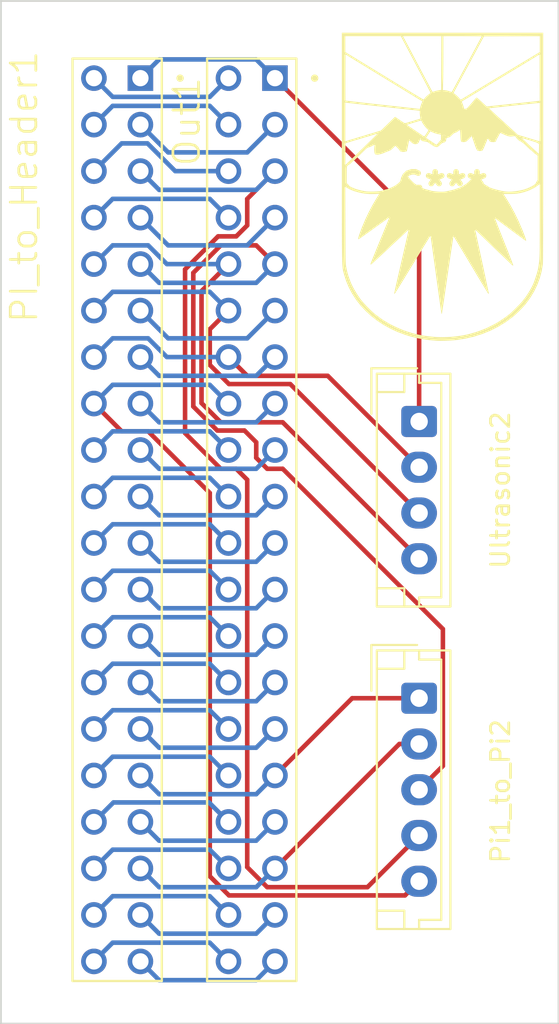
<source format=kicad_pcb>
(kicad_pcb (version 20221018) (generator pcbnew)
  (layers (0 "F.Cu" signal) (31 "B.Cu" signal) (34 "B.Paste" user) (35 "F.Paste" user) (36 "B.SilkS" user "B.Silkscreen") (37 "F.SilkS" user "F.Silkscreen") (38 "B.Mask" user) (39 "F.Mask" user) (44 "Edge.Cuts" user))
  (net 0 "")
  (net 1 "Net-(Out1-Pin_1)")
  (net 2 "Net-(Out1-Pin_2)")
  (net 3 "Net-(Out1-Pin_3)")
  (net 4 "Net-(Out1-Pin_4)")
  (net 5 "Net-(Out1-Pin_5)")
  (net 6 "Net-(Out1-Pin_7)")
  (net 7 "Net-(Out1-Pin_8)")
  (net 8 "Net-(Out1-Pin_9)")
  (net 9 "Net-(Out1-Pin_11)")
  (net 10 "Net-(Out1-Pin_12)")
  (net 11 "Net-(Out1-Pin_13)")
  (net 12 "Net-(Out1-Pin_14)")
  (net 13 "Net-(Out1-Pin_16)")
  (net 14 "Net-(Out1-Pin_17)")
  (net 15 "Net-(Out1-Pin_18)")
  (net 16 "Net-(Out1-Pin_19)")
  (net 17 "Net-(Out1-Pin_20)")
  (net 18 "Net-(Out1-Pin_21)")
  (net 19 "Net-(Out1-Pin_22)")
  (net 20 "Net-(Out1-Pin_23)")
  (net 21 "Net-(Out1-Pin_24)")
  (net 22 "Net-(Out1-Pin_25)")
  (net 23 "Net-(Out1-Pin_26)")
  (net 24 "Net-(Out1-Pin_27)")
  (net 25 "Net-(Out1-Pin_28)")
  (net 26 "Net-(Out1-Pin_29)")
  (net 27 "Net-(Out1-Pin_30)")
  (net 28 "Net-(Out1-Pin_31)")
  (net 29 "Net-(Out1-Pin_33)")
  (net 30 "Net-(Out1-Pin_35)")
  (net 31 "Net-(Out1-Pin_37)")
  (net 32 "Net-(Out1-Pin_38)")
  (net 33 "Net-(Out1-Pin_39)")
  (net 34 "Net-(Out1-Pin_40)")
  (net 35 "Net-(Out1-Pin_34)")
  (net 36 "Net-(Out1-Pin_6)")
  (net 37 "Net-(Out1-Pin_10)")
  (net 38 "Net-(Out1-Pin_15)")
  (net 39 "Net-(Out1-Pin_32)")
  (net 40 "Net-(Out1-Pin_36)")
  (footprint "Connector_JST:JST_EH_B4B-EH-A_1x04_P2.50mm_Vertical" (layer "F.Cu") (at 86.36 81.4 -90)
    (fp_text reference "Ultrasonic2" (at 3.75 -4.445 90) (layer "F.SilkS"))
    (fp_text value "Conn_01x04_Pin")
    (pad "1" thru_hole roundrect (at 0 0 270) (size 1.7 1.95) (drill 0.95) (layers "*.Cu" "*.Mask") (roundrect_rratio 0.1470588235) (net 2 "Net-(Out1-Pin_2)"))
    (pad "2" thru_hole oval (at 2.5 0 270) (size 1.7 1.95) (drill 0.95) (layers "*.Cu" "*.Mask") (net 11 "Net-(Out1-Pin_13)"))
    (pad "3" thru_hole oval (at 5 0 270) (size 1.7 1.95) (drill 0.95) (layers "*.Cu" "*.Mask") (net 9 "Net-(Out1-Pin_11)"))
    (pad "4" thru_hole oval (at 7.5 0 270) (size 1.7 1.95) (drill 0.95) (layers "*.Cu" "*.Mask") (net 8 "Net-(Out1-Pin_9)"))
  )
  (footprint "logo.preety:systopia_logo" (layer "F.Cu") (at 87.63 68.58)
    (fp_text reference "G***" (at 0 0) (layer "F.SilkS") (effects (font (size 1.5 1.5) (thickness 0.3))))
    (fp_text value "LOGO" hide)
  )
  (footprint "20_pin_header_kicad:TE_7-146256-0" (layer "F.Cu") (at 69.855 86.77 -90)
    (fp_text reference "Out1" (at -21.755 -3.805 90) (layer "F.SilkS") (effects (font (size 1.4 1.4))))
    (fp_text value "Conn_01x40_Pin" hide)
    (pad "1" thru_hole circle (at -24.13 1.27 270) (size 1.398 1.398) (drill 0.89) (layers "*.Cu" "*.Mask") (net 1 "Net-(Out1-Pin_1)"))
    (pad "2" thru_hole rect (at -24.13 -1.27 270) (size 1.398 1.398) (drill 0.89) (layers "*.Cu" "*.Mask") (net 2 "Net-(Out1-Pin_2)"))
    (pad "3" thru_hole circle (at -21.59 1.27 270) (size 1.398 1.398) (drill 0.89) (layers "*.Cu" "*.Mask") (net 3 "Net-(Out1-Pin_3)"))
    (pad "4" thru_hole circle (at -21.59 -1.27 270) (size 1.398 1.398) (drill 0.89) (layers "*.Cu" "*.Mask") (net 4 "Net-(Out1-Pin_4)"))
    (pad "5" thru_hole circle (at -19.05 1.27 270) (size 1.398 1.398) (drill 0.89) (layers "*.Cu" "*.Mask") (net 5 "Net-(Out1-Pin_5)"))
    (pad "6" thru_hole circle (at -19.05 -1.27 270) (size 1.398 1.398) (drill 0.89) (layers "*.Cu" "*.Mask") (net 36 "Net-(Out1-Pin_6)"))
    (pad "7" thru_hole circle (at -16.51 1.27 270) (size 1.398 1.398) (drill 0.89) (layers "*.Cu" "*.Mask") (net 6 "Net-(Out1-Pin_7)"))
    (pad "8" thru_hole circle (at -16.51 -1.27 270) (size 1.398 1.398) (drill 0.89) (layers "*.Cu" "*.Mask") (net 7 "Net-(Out1-Pin_8)"))
    (pad "9" thru_hole circle (at -13.97 1.27 270) (size 1.398 1.398) (drill 0.89) (layers "*.Cu" "*.Mask") (net 8 "Net-(Out1-Pin_9)"))
    (pad "10" thru_hole circle (at -13.97 -1.27 270) (size 1.398 1.398) (drill 0.89) (layers "*.Cu" "*.Mask") (net 37 "Net-(Out1-Pin_10)"))
    (pad "11" thru_hole circle (at -11.43 1.27 270) (size 1.398 1.398) (drill 0.89) (layers "*.Cu" "*.Mask") (net 9 "Net-(Out1-Pin_11)"))
    (pad "12" thru_hole circle (at -11.43 -1.27 270) (size 1.398 1.398) (drill 0.89) (layers "*.Cu" "*.Mask") (net 10 "Net-(Out1-Pin_12)"))
    (pad "13" thru_hole circle (at -8.89 1.27 270) (size 1.398 1.398) (drill 0.89) (layers "*.Cu" "*.Mask") (net 11 "Net-(Out1-Pin_13)"))
    (pad "14" thru_hole circle (at -8.89 -1.27 270) (size 1.398 1.398) (drill 0.89) (layers "*.Cu" "*.Mask") (net 12 "Net-(Out1-Pin_14)"))
    (pad "15" thru_hole circle (at -6.35 1.27 270) (size 1.398 1.398) (drill 0.89) (layers "*.Cu" "*.Mask") (net 38 "Net-(Out1-Pin_15)"))
    (pad "16" thru_hole circle (at -6.35 -1.27 270) (size 1.398 1.398) (drill 0.89) (layers "*.Cu" "*.Mask") (net 13 "Net-(Out1-Pin_16)"))
    (pad "17" thru_hole circle (at -3.81 1.27 270) (size 1.398 1.398) (drill 0.89) (layers "*.Cu" "*.Mask") (net 14 "Net-(Out1-Pin_17)"))
    (pad "18" thru_hole circle (at -3.81 -1.27 270) (size 1.398 1.398) (drill 0.89) (layers "*.Cu" "*.Mask") (net 15 "Net-(Out1-Pin_18)"))
    (pad "19" thru_hole circle (at -1.27 1.27 270) (size 1.398 1.398) (drill 0.89) (layers "*.Cu" "*.Mask") (net 16 "Net-(Out1-Pin_19)"))
    (pad "20" thru_hole circle (at -1.27 -1.27 270) (size 1.398 1.398) (drill 0.89) (layers "*.Cu" "*.Mask") (net 17 "Net-(Out1-Pin_20)"))
    (pad "21" thru_hole circle (at 1.27 1.27 270) (size 1.398 1.398) (drill 0.89) (layers "*.Cu" "*.Mask") (net 18 "Net-(Out1-Pin_21)"))
    (pad "22" thru_hole circle (at 1.27 -1.27 270) (size 1.398 1.398) (drill 0.89) (layers "*.Cu" "*.Mask") (net 19 "Net-(Out1-Pin_22)"))
    (pad "23" thru_hole circle (at 3.81 1.27 270) (size 1.398 1.398) (drill 0.89) (layers "*.Cu" "*.Mask") (net 20 "Net-(Out1-Pin_23)"))
    (pad "24" thru_hole circle (at 3.81 -1.27 270) (size 1.398 1.398) (drill 0.89) (layers "*.Cu" "*.Mask") (net 21 "Net-(Out1-Pin_24)"))
    (pad "25" thru_hole circle (at 6.35 1.27 270) (size 1.398 1.398) (drill 0.89) (layers "*.Cu" "*.Mask") (net 22 "Net-(Out1-Pin_25)"))
    (pad "26" thru_hole circle (at 6.35 -1.27 270) (size 1.398 1.398) (drill 0.89) (layers "*.Cu" "*.Mask") (net 23 "Net-(Out1-Pin_26)"))
    (pad "27" thru_hole circle (at 8.89 1.27 270) (size 1.398 1.398) (drill 0.89) (layers "*.Cu" "*.Mask") (net 24 "Net-(Out1-Pin_27)"))
    (pad "28" thru_hole circle (at 8.89 -1.27 270) (size 1.398 1.398) (drill 0.89) (layers "*.Cu" "*.Mask") (net 25 "Net-(Out1-Pin_28)"))
    (pad "29" thru_hole circle (at 11.43 1.27 270) (size 1.398 1.398) (drill 0.89) (layers "*.Cu" "*.Mask") (net 26 "Net-(Out1-Pin_29)"))
    (pad "30" thru_hole circle (at 11.43 -1.27 270) (size 1.398 1.398) (drill 0.89) (layers "*.Cu" "*.Mask") (net 27 "Net-(Out1-Pin_30)"))
    (pad "31" thru_hole circle (at 13.97 1.27 270) (size 1.398 1.398) (drill 0.89) (layers "*.Cu" "*.Mask") (net 28 "Net-(Out1-Pin_31)"))
    (pad "32" thru_hole circle (at 13.97 -1.27 270) (size 1.398 1.398) (drill 0.89) (layers "*.Cu" "*.Mask") (net 39 "Net-(Out1-Pin_32)"))
    (pad "33" thru_hole circle (at 16.51 1.27 270) (size 1.398 1.398) (drill 0.89) (layers "*.Cu" "*.Mask") (net 29 "Net-(Out1-Pin_33)"))
    (pad "34" thru_hole circle (at 16.51 -1.27 270) (size 1.398 1.398) (drill 0.89) (layers "*.Cu" "*.Mask") (net 35 "Net-(Out1-Pin_34)"))
    (pad "35" thru_hole circle (at 19.05 1.27 270) (size 1.398 1.398) (drill 0.89) (layers "*.Cu" "*.Mask") (net 30 "Net-(Out1-Pin_35)"))
    (pad "36" thru_hole circle (at 19.05 -1.27 270) (size 1.398 1.398) (drill 0.89) (layers "*.Cu" "*.Mask") (net 40 "Net-(Out1-Pin_36)"))
    (pad "37" thru_hole circle (at 21.59 1.27 270) (size 1.398 1.398) (drill 0.89) (layers "*.Cu" "*.Mask") (net 31 "Net-(Out1-Pin_37)"))
    (pad "38" thru_hole circle (at 21.59 -1.27 270) (size 1.398 1.398) (drill 0.89) (layers "*.Cu" "*.Mask") (net 32 "Net-(Out1-Pin_38)"))
    (pad "39" thru_hole circle (at 24.13 1.27 270) (size 1.398 1.398) (drill 0.89) (layers "*.Cu" "*.Mask") (net 33 "Net-(Out1-Pin_39)"))
    (pad "40" thru_hole circle (at 24.13 -1.27 270) (size 1.398 1.398) (drill 0.89) (layers "*.Cu" "*.Mask") (net 34 "Net-(Out1-Pin_40)"))
  )
  (footprint "20_pin_header_kicad:TE_7-146256-0" (layer "F.Cu") (at 77.21 86.77 -90)
    (fp_text reference "PI_to_Header1" (at -18.19 12.44 90) (layer "F.SilkS") (effects (font (size 1.4 1.4))))
    (fp_text value "Conn_01x40_Pin" hide)
    (pad "1" thru_hole circle (at -24.13 1.27 270) (size 1.398 1.398) (drill 0.89) (layers "*.Cu" "*.Mask") (net 1 "Net-(Out1-Pin_1)"))
    (pad "2" thru_hole rect (at -24.13 -1.27 270) (size 1.398 1.398) (drill 0.89) (layers "*.Cu" "*.Mask") (net 2 "Net-(Out1-Pin_2)"))
    (pad "3" thru_hole circle (at -21.59 1.27 270) (size 1.398 1.398) (drill 0.89) (layers "*.Cu" "*.Mask") (net 3 "Net-(Out1-Pin_3)"))
    (pad "4" thru_hole circle (at -21.59 -1.27 270) (size 1.398 1.398) (drill 0.89) (layers "*.Cu" "*.Mask") (net 4 "Net-(Out1-Pin_4)"))
    (pad "5" thru_hole circle (at -19.05 1.27 270) (size 1.398 1.398) (drill 0.89) (layers "*.Cu" "*.Mask") (net 5 "Net-(Out1-Pin_5)"))
    (pad "6" thru_hole circle (at -19.05 -1.27 270) (size 1.398 1.398) (drill 0.89) (layers "*.Cu" "*.Mask") (net 36 "Net-(Out1-Pin_6)"))
    (pad "7" thru_hole circle (at -16.51 1.27 270) (size 1.398 1.398) (drill 0.89) (layers "*.Cu" "*.Mask") (net 6 "Net-(Out1-Pin_7)"))
    (pad "8" thru_hole circle (at -16.51 -1.27 270) (size 1.398 1.398) (drill 0.89) (layers "*.Cu" "*.Mask") (net 7 "Net-(Out1-Pin_8)"))
    (pad "9" thru_hole circle (at -13.97 1.27 270) (size 1.398 1.398) (drill 0.89) (layers "*.Cu" "*.Mask") (net 8 "Net-(Out1-Pin_9)"))
    (pad "10" thru_hole circle (at -13.97 -1.27 270) (size 1.398 1.398) (drill 0.89) (layers "*.Cu" "*.Mask") (net 37 "Net-(Out1-Pin_10)"))
    (pad "11" thru_hole circle (at -11.43 1.27 270) (size 1.398 1.398) (drill 0.89) (layers "*.Cu" "*.Mask") (net 9 "Net-(Out1-Pin_11)"))
    (pad "12" thru_hole circle (at -11.43 -1.27 270) (size 1.398 1.398) (drill 0.89) (layers "*.Cu" "*.Mask") (net 10 "Net-(Out1-Pin_12)"))
    (pad "13" thru_hole circle (at -8.89 1.27 270) (size 1.398 1.398) (drill 0.89) (layers "*.Cu" "*.Mask") (net 11 "Net-(Out1-Pin_13)"))
    (pad "14" thru_hole circle (at -8.89 -1.27 270) (size 1.398 1.398) (drill 0.89) (layers "*.Cu" "*.Mask") (net 12 "Net-(Out1-Pin_14)"))
    (pad "15" thru_hole circle (at -6.35 1.27 270) (size 1.398 1.398) (drill 0.89) (layers "*.Cu" "*.Mask") (net 38 "Net-(Out1-Pin_15)"))
    (pad "16" thru_hole circle (at -6.35 -1.27 270) (size 1.398 1.398) (drill 0.89) (layers "*.Cu" "*.Mask") (net 13 "Net-(Out1-Pin_16)"))
    (pad "17" thru_hole circle (at -3.81 1.27 270) (size 1.398 1.398) (drill 0.89) (layers "*.Cu" "*.Mask") (net 14 "Net-(Out1-Pin_17)"))
    (pad "18" thru_hole circle (at -3.81 -1.27 270) (size 1.398 1.398) (drill 0.89) (layers "*.Cu" "*.Mask") (net 15 "Net-(Out1-Pin_18)"))
    (pad "19" thru_hole circle (at -1.27 1.27 270) (size 1.398 1.398) (drill 0.89) (layers "*.Cu" "*.Mask") (net 16 "Net-(Out1-Pin_19)"))
    (pad "20" thru_hole circle (at -1.27 -1.27 270) (size 1.398 1.398) (drill 0.89) (layers "*.Cu" "*.Mask") (net 17 "Net-(Out1-Pin_20)"))
    (pad "21" thru_hole circle (at 1.27 1.27 270) (size 1.398 1.398) (drill 0.89) (layers "*.Cu" "*.Mask") (net 18 "Net-(Out1-Pin_21)"))
    (pad "22" thru_hole circle (at 1.27 -1.27 270) (size 1.398 1.398) (drill 0.89) (layers "*.Cu" "*.Mask") (net 19 "Net-(Out1-Pin_22)"))
    (pad "23" thru_hole circle (at 3.81 1.27 270) (size 1.398 1.398) (drill 0.89) (layers "*.Cu" "*.Mask") (net 20 "Net-(Out1-Pin_23)"))
    (pad "24" thru_hole circle (at 3.81 -1.27 270) (size 1.398 1.398) (drill 0.89) (layers "*.Cu" "*.Mask") (net 21 "Net-(Out1-Pin_24)"))
    (pad "25" thru_hole circle (at 6.35 1.27 270) (size 1.398 1.398) (drill 0.89) (layers "*.Cu" "*.Mask") (net 22 "Net-(Out1-Pin_25)"))
    (pad "26" thru_hole circle (at 6.35 -1.27 270) (size 1.398 1.398) (drill 0.89) (layers "*.Cu" "*.Mask") (net 23 "Net-(Out1-Pin_26)"))
    (pad "27" thru_hole circle (at 8.89 1.27 270) (size 1.398 1.398) (drill 0.89) (layers "*.Cu" "*.Mask") (net 24 "Net-(Out1-Pin_27)"))
    (pad "28" thru_hole circle (at 8.89 -1.27 270) (size 1.398 1.398) (drill 0.89) (layers "*.Cu" "*.Mask") (net 25 "Net-(Out1-Pin_28)"))
    (pad "29" thru_hole circle (at 11.43 1.27 270) (size 1.398 1.398) (drill 0.89) (layers "*.Cu" "*.Mask") (net 26 "Net-(Out1-Pin_29)"))
    (pad "30" thru_hole circle (at 11.43 -1.27 270) (size 1.398 1.398) (drill 0.89) (layers "*.Cu" "*.Mask") (net 27 "Net-(Out1-Pin_30)"))
    (pad "31" thru_hole circle (at 13.97 1.27 270) (size 1.398 1.398) (drill 0.89) (layers "*.Cu" "*.Mask") (net 28 "Net-(Out1-Pin_31)"))
    (pad "32" thru_hole circle (at 13.97 -1.27 270) (size 1.398 1.398) (drill 0.89) (layers "*.Cu" "*.Mask") (net 39 "Net-(Out1-Pin_32)"))
    (pad "33" thru_hole circle (at 16.51 1.27 270) (size 1.398 1.398) (drill 0.89) (layers "*.Cu" "*.Mask") (net 29 "Net-(Out1-Pin_33)"))
    (pad "34" thru_hole circle (at 16.51 -1.27 270) (size 1.398 1.398) (drill 0.89) (layers "*.Cu" "*.Mask") (net 35 "Net-(Out1-Pin_34)"))
    (pad "35" thru_hole circle (at 19.05 1.27 270) (size 1.398 1.398) (drill 0.89) (layers "*.Cu" "*.Mask") (net 30 "Net-(Out1-Pin_35)"))
    (pad "36" thru_hole circle (at 19.05 -1.27 270) (size 1.398 1.398) (drill 0.89) (layers "*.Cu" "*.Mask") (net 40 "Net-(Out1-Pin_36)"))
    (pad "37" thru_hole circle (at 21.59 1.27 270) (size 1.398 1.398) (drill 0.89) (layers "*.Cu" "*.Mask") (net 31 "Net-(Out1-Pin_37)"))
    (pad "38" thru_hole circle (at 21.59 -1.27 270) (size 1.398 1.398) (drill 0.89) (layers "*.Cu" "*.Mask") (net 32 "Net-(Out1-Pin_38)"))
    (pad "39" thru_hole circle (at 24.13 1.27 270) (size 1.398 1.398) (drill 0.89) (layers "*.Cu" "*.Mask") (net 33 "Net-(Out1-Pin_39)"))
    (pad "40" thru_hole circle (at 24.13 -1.27 270) (size 1.398 1.398) (drill 0.89) (layers "*.Cu" "*.Mask") (net 34 "Net-(Out1-Pin_40)"))
  )
  (footprint "Connector_JST:JST_EH_B5B-EH-A_1x05_P2.50mm_Vertical" (layer "F.Cu") (at 86.36 96.52 -90)
    (fp_text reference "Pi1_to_Pi2" (at 5.08 -4.445 90) (layer "F.SilkS"))
    (fp_text value "Conn_01x05_Pin")
    (pad "1" thru_hole roundrect (at 0 0 270) (size 1.7 1.95) (drill 0.95) (layers "*.Cu" "*.Mask") (roundrect_rratio 0.1470588235) (net 39 "Net-(Out1-Pin_32)"))
    (pad "2" thru_hole oval (at 2.5 0 270) (size 1.7 1.95) (drill 0.95) (layers "*.Cu" "*.Mask") (net 40 "Net-(Out1-Pin_36)"))
    (pad "3" thru_hole oval (at 5 0 270) (size 1.7 1.95) (drill 0.95) (layers "*.Cu" "*.Mask") (net 37 "Net-(Out1-Pin_10)"))
    (pad "4" thru_hole oval (at 7.5 0 270) (size 1.7 1.95) (drill 0.95) (layers "*.Cu" "*.Mask") (net 36 "Net-(Out1-Pin_6)"))
    (pad "5" thru_hole oval (at 10 0 270) (size 1.7 1.95) (drill 0.95) (layers "*.Cu" "*.Mask") (net 38 "Net-(Out1-Pin_15)"))
  )
  (gr_rect (start 63.5 58.42) (end 93.98 114.3) (stroke (width 0.1)) (fill none) (layer "Edge.Cuts"))
  (segment (start 74.916 63.664) (end 75.94 62.64) (width 0.25) (layer "B.Cu") (net 1))
  (segment (start 69.609 63.664) (end 74.916 63.664) (width 0.25) (layer "B.Cu") (net 1))
  (segment (start 68.585 62.64) (end 69.609 63.664) (width 0.25) (layer "B.Cu") (net 1))
  (segment (start 86.36 81.4) (end 86.36 70.52) (width 0.25) (layer "F.Cu") (net 2))
  (segment (start 86.36 70.52) (end 78.48 62.64) (width 0.25) (layer "F.Cu") (net 2))
  (segment (start 77.456 61.616) (end 78.48 62.64) (width 0.25) (layer "B.Cu") (net 2))
  (segment (start 71.125 62.64) (end 72.149 61.616) (width 0.25) (layer "B.Cu") (net 2))
  (segment (start 72.149 61.616) (end 77.456 61.616) (width 0.25) (layer "B.Cu") (net 2))
  (segment (start 68.585 65.18) (end 69.609 64.156) (width 0.25) (layer "B.Cu") (net 3))
  (segment (start 74.916 64.156) (end 75.94 65.18) (width 0.25) (layer "B.Cu") (net 3))
  (segment (start 69.609 64.156) (end 74.916 64.156) (width 0.25) (layer "B.Cu") (net 3))
  (segment (start 72.641 66.696) (end 76.964 66.696) (width 0.25) (layer "B.Cu") (net 4))
  (segment (start 76.964 66.696) (end 78.48 65.18) (width 0.25) (layer "B.Cu") (net 4))
  (segment (start 71.125 65.18) (end 72.641 66.696) (width 0.25) (layer "B.Cu") (net 4))
  (segment (start 71.512604 66.204) (end 70.101 66.204) (width 0.25) (layer "B.Cu") (net 5))
  (segment (start 75.94 67.72) (end 73.028604 67.72) (width 0.25) (layer "B.Cu") (net 5))
  (segment (start 73.028604 67.72) (end 71.512604 66.204) (width 0.25) (layer "B.Cu") (net 5))
  (segment (start 70.101 66.204) (end 68.585 67.72) (width 0.25) (layer "B.Cu") (net 5))
  (segment (start 69.609 69.236) (end 68.585 70.26) (width 0.25) (layer "B.Cu") (net 6))
  (segment (start 74.916 69.236) (end 69.609 69.236) (width 0.25) (layer "B.Cu") (net 6))
  (segment (start 75.94 70.26) (end 74.916 69.236) (width 0.25) (layer "B.Cu") (net 6))
  (segment (start 72.641 71.776) (end 76.964 71.776) (width 0.25) (layer "B.Cu") (net 7))
  (segment (start 76.964 71.776) (end 78.48 70.26) (width 0.25) (layer "B.Cu") (net 7))
  (segment (start 71.125 70.26) (end 72.641 71.776) (width 0.25) (layer "B.Cu") (net 7))
  (segment (start 74.466 80.394155) (end 74.466 74.274) (width 0.25) (layer "F.Cu") (net 8))
  (segment (start 86.36 88.9) (end 78.904 81.444) (width 0.25) (layer "F.Cu") (net 8))
  (segment (start 74.466 74.274) (end 75.94 72.8) (width 0.25) (layer "F.Cu") (net 8))
  (segment (start 78.904 81.444) (end 75.515845 81.444) (width 0.25) (layer "F.Cu") (net 8))
  (segment (start 75.515845 81.444) (end 74.466 80.394155) (width 0.25) (layer "F.Cu") (net 8))
  (segment (start 75.94 72.8) (end 72.573155 72.8) (width 0.25) (layer "B.Cu") (net 8))
  (segment (start 69.609 71.776) (end 68.585 72.8) (width 0.25) (layer "B.Cu") (net 8))
  (segment (start 72.573155 72.8) (end 71.549155 71.776) (width 0.25) (layer "B.Cu") (net 8))
  (segment (start 86.36 88.9) (end 86.023173 89.236827) (width 0.25) (layer "B.Cu") (net 8))
  (segment (start 71.549155 71.776) (end 69.609 71.776) (width 0.25) (layer "B.Cu") (net 8))
  (segment (start 86.36 86.4) (end 79.314 79.354) (width 0.25) (layer "F.Cu") (net 9))
  (segment (start 79.314 79.354) (end 75.965845 79.354) (width 0.25) (layer "F.Cu") (net 9))
  (segment (start 74.916 76.364) (end 75.94 75.34) (width 0.25) (layer "F.Cu") (net 9))
  (segment (start 75.965845 79.354) (end 74.916 78.304155) (width 0.25) (layer "F.Cu") (net 9))
  (segment (start 74.916 78.304155) (end 74.916 76.364) (width 0.25) (layer "F.Cu") (net 9))
  (segment (start 75.94 75.34) (end 74.916 74.316) (width 0.25) (layer "B.Cu") (net 9))
  (segment (start 69.609 74.316) (end 68.585 75.34) (width 0.25) (layer "B.Cu") (net 9))
  (segment (start 74.916 74.316) (end 69.609 74.316) (width 0.25) (layer "B.Cu") (net 9))
  (segment (start 76.964 76.856) (end 78.48 75.34) (width 0.25) (layer "B.Cu") (net 10))
  (segment (start 71.125 75.34) (end 72.641 76.856) (width 0.25) (layer "B.Cu") (net 10))
  (segment (start 72.641 76.856) (end 76.964 76.856) (width 0.25) (layer "B.Cu") (net 10))
  (segment (start 86.36 83.9) (end 81.364 78.904) (width 0.25) (layer "F.Cu") (net 11))
  (segment (start 76.964 78.904) (end 75.94 77.88) (width 0.25) (layer "F.Cu") (net 11))
  (segment (start 81.364 78.904) (end 76.964 78.904) (width 0.25) (layer "F.Cu") (net 11))
  (segment (start 71.549155 76.856) (end 69.609 76.856) (width 0.25) (layer "B.Cu") (net 11))
  (segment (start 69.609 76.856) (end 68.585 77.88) (width 0.25) (layer "B.Cu") (net 11))
  (segment (start 75.94 77.88) (end 72.573155 77.88) (width 0.25) (layer "B.Cu") (net 11))
  (segment (start 72.573155 77.88) (end 71.549155 76.856) (width 0.25) (layer "B.Cu") (net 11))
  (segment (start 71.125 77.88) (end 72.149 78.904) (width 0.25) (layer "B.Cu") (net 12))
  (segment (start 72.149 78.904) (end 77.456 78.904) (width 0.25) (layer "B.Cu") (net 12))
  (segment (start 77.456 78.904) (end 78.48 77.88) (width 0.25) (layer "B.Cu") (net 12))
  (segment (start 77.456 81.444) (end 78.48 80.42) (width 0.25) (layer "B.Cu") (net 13))
  (segment (start 72.149 81.444) (end 77.456 81.444) (width 0.25) (layer "B.Cu") (net 13))
  (segment (start 71.125 80.42) (end 72.149 81.444) (width 0.25) (layer "B.Cu") (net 13))
  (segment (start 74.916 81.936) (end 69.609 81.936) (width 0.25) (layer "B.Cu") (net 14))
  (segment (start 75.94 82.96) (end 74.916 81.936) (width 0.25) (layer "B.Cu") (net 14))
  (segment (start 69.609 81.936) (end 68.585 82.96) (width 0.25) (layer "B.Cu") (net 14))
  (segment (start 71.125 82.96) (end 72.149 83.984) (width 0.25) (layer "B.Cu") (net 15))
  (segment (start 72.149 83.984) (end 77.456 83.984) (width 0.25) (layer "B.Cu") (net 15))
  (segment (start 77.456 83.984) (end 78.48 82.96) (width 0.25) (layer "B.Cu") (net 15))
  (segment (start 75.94 85.5) (end 74.916 84.476) (width 0.25) (layer "B.Cu") (net 16))
  (segment (start 74.916 84.476) (end 69.609 84.476) (width 0.25) (layer "B.Cu") (net 16))
  (segment (start 69.609 84.476) (end 68.585 85.5) (width 0.25) (layer "B.Cu") (net 16))
  (segment (start 71.125 85.5) (end 72.149 86.524) (width 0.25) (layer "B.Cu") (net 17))
  (segment (start 72.149 86.524) (end 77.456 86.524) (width 0.25) (layer "B.Cu") (net 17))
  (segment (start 77.456 86.524) (end 78.48 85.5) (width 0.25) (layer "B.Cu") (net 17))
  (segment (start 69.609 87.016) (end 68.585 88.04) (width 0.25) (layer "B.Cu") (net 18))
  (segment (start 75.94 88.04) (end 74.916 87.016) (width 0.25) (layer "B.Cu") (net 18))
  (segment (start 74.916 87.016) (end 69.609 87.016) (width 0.25) (layer "B.Cu") (net 18))
  (segment (start 71.125 88.04) (end 72.149 89.064) (width 0.25) (layer "B.Cu") (net 19))
  (segment (start 72.149 89.064) (end 77.456 89.064) (width 0.25) (layer "B.Cu") (net 19))
  (segment (start 77.456 89.064) (end 78.48 88.04) (width 0.25) (layer "B.Cu") (net 19))
  (segment (start 74.916 89.556) (end 69.609 89.556) (width 0.25) (layer "B.Cu") (net 20))
  (segment (start 75.94 90.58) (end 74.916 89.556) (width 0.25) (layer "B.Cu") (net 20))
  (segment (start 69.609 89.556) (end 68.585 90.58) (width 0.25) (layer "B.Cu") (net 20))
  (segment (start 77.456 91.604) (end 78.48 90.58) (width 0.25) (layer "B.Cu") (net 21))
  (segment (start 72.149 91.604) (end 77.456 91.604) (width 0.25) (layer "B.Cu") (net 21))
  (segment (start 71.125 90.58) (end 72.149 91.604) (width 0.25) (layer "B.Cu") (net 21))
  (segment (start 69.609 92.096) (end 68.585 93.12) (width 0.25) (layer "B.Cu") (net 22))
  (segment (start 75.94 93.12) (end 74.916 92.096) (width 0.25) (layer "B.Cu") (net 22))
  (segment (start 74.916 92.096) (end 69.609 92.096) (width 0.25) (layer "B.Cu") (net 22))
  (segment (start 72.149 94.144) (end 77.456 94.144) (width 0.25) (layer "B.Cu") (net 23))
  (segment (start 77.456 94.144) (end 78.48 93.12) (width 0.25) (layer "B.Cu") (net 23))
  (segment (start 71.125 93.12) (end 72.149 94.144) (width 0.25) (layer "B.Cu") (net 23))
  (segment (start 75.94 95.66) (end 74.916 94.636) (width 0.25) (layer "B.Cu") (net 24))
  (segment (start 74.916 94.636) (end 69.609 94.636) (width 0.25) (layer "B.Cu") (net 24))
  (segment (start 69.609 94.636) (end 68.585 95.66) (width 0.25) (layer "B.Cu") (net 24))
  (segment (start 77.456 96.684) (end 78.48 95.66) (width 0.25) (layer "B.Cu") (net 25))
  (segment (start 71.125 95.66) (end 72.149 96.684) (width 0.25) (layer "B.Cu") (net 25))
  (segment (start 72.149 96.684) (end 77.456 96.684) (width 0.25) (layer "B.Cu") (net 25))
  (segment (start 75.94 98.2) (end 74.916 97.176) (width 0.25) (layer "B.Cu") (net 26))
  (segment (start 69.609 97.176) (end 68.585 98.2) (width 0.25) (layer "B.Cu") (net 26))
  (segment (start 74.916 97.176) (end 69.609 97.176) (width 0.25) (layer "B.Cu") (net 26))
  (segment (start 77.456 99.224) (end 78.48 98.2) (width 0.25) (layer "B.Cu") (net 27))
  (segment (start 71.125 98.2) (end 72.149 99.224) (width 0.25) (layer "B.Cu") (net 27))
  (segment (start 72.149 99.224) (end 77.456 99.224) (width 0.25) (layer "B.Cu") (net 27))
  (segment (start 75.94 100.74) (end 74.916 99.716) (width 0.25) (layer "B.Cu") (net 28))
  (segment (start 69.609 99.716) (end 68.585 100.74) (width 0.25) (layer "B.Cu") (net 28))
  (segment (start 74.916 99.716) (end 69.609 99.716) (width 0.25) (layer "B.Cu") (net 28))
  (segment (start 74.874 102.214) (end 69.651 102.214) (width 0.25) (layer "B.Cu") (net 29))
  (segment (start 75.94 103.28) (end 74.874 102.214) (width 0.25) (layer "B.Cu") (net 29))
  (segment (start 69.651 102.214) (end 68.585 103.28) (width 0.25) (layer "B.Cu") (net 29))
  (segment (start 74.916 104.796) (end 69.609 104.796) (width 0.25) (layer "B.Cu") (net 30))
  (segment (start 69.609 104.796) (end 68.585 105.82) (width 0.25) (layer "B.Cu") (net 30))
  (segment (start 75.94 105.82) (end 74.916 104.796) (width 0.25) (layer "B.Cu") (net 30))
  (segment (start 69.609 107.336) (end 68.585 108.36) (width 0.25) (layer "B.Cu") (net 31))
  (segment (start 74.916 107.336) (end 69.609 107.336) (width 0.25) (layer "B.Cu") (net 31))
  (segment (start 75.94 108.36) (end 74.916 107.336) (width 0.25) (layer "B.Cu") (net 31))
  (segment (start 77.456 109.384) (end 78.48 108.36) (width 0.25) (layer "B.Cu") (net 32))
  (segment (start 71.125 108.36) (end 72.149 109.384) (width 0.25) (layer "B.Cu") (net 32))
  (segment (start 72.149 109.384) (end 77.456 109.384) (width 0.25) (layer "B.Cu") (net 32))
  (segment (start 74.916 109.876) (end 69.609 109.876) (width 0.25) (layer "B.Cu") (net 33))
  (segment (start 69.609 109.876) (end 68.585 110.9) (width 0.25) (layer "B.Cu") (net 33))
  (segment (start 75.94 110.9) (end 74.916 109.876) (width 0.25) (layer "B.Cu") (net 33))
  (segment (start 77.456 111.924) (end 78.48 110.9) (width 0.25) (layer "B.Cu") (net 34))
  (segment (start 72.149 111.924) (end 77.456 111.924) (width 0.25) (layer "B.Cu") (net 34))
  (segment (start 71.125 110.9) (end 72.149 111.924) (width 0.25) (layer "B.Cu") (net 34))
  (segment (start 71.125 103.28) (end 72.149 104.304) (width 0.25) (layer "B.Cu") (net 35))
  (segment (start 72.149 104.304) (end 77.456 104.304) (width 0.25) (layer "B.Cu") (net 35))
  (segment (start 77.456 104.304) (end 78.48 103.28) (width 0.25) (layer "B.Cu") (net 35))
  (segment (start 78.055845 106.844) (end 76.964 105.752155) (width 0.25) (layer "F.Cu") (net 36))
  (segment (start 76.364155 83.984) (end 75.515845 83.984) (width 0.25) (layer "F.Cu") (net 36))
  (segment (start 75.515845 83.984) (end 73.566 82.034155) (width 0.25) (layer "F.Cu") (net 36))
  (segment (start 76.964 84.583845) (end 76.364155 83.984) (width 0.25) (layer "F.Cu") (net 36))
  (segment (start 73.566 82.034155) (end 73.566 73.089449) (width 0.25) (layer "F.Cu") (net 36))
  (segment (start 76.964 70.684155) (end 76.964 69.236) (width 0.25) (layer "F.Cu") (net 36))
  (segment (start 75.371449 71.284) (end 76.364155 71.284) (width 0.25) (layer "F.Cu") (net 36))
  (segment (start 83.536 106.844) (end 78.055845 106.844) (width 0.25) (layer "F.Cu") (net 36))
  (segment (start 76.964 105.752155) (end 76.964 84.583845) (width 0.25) (layer "F.Cu") (net 36))
  (segment (start 76.364155 71.284) (end 76.964 70.684155) (width 0.25) (layer "F.Cu") (net 36))
  (segment (start 86.36 104.02) (end 83.536 106.844) (width 0.25) (layer "F.Cu") (net 36))
  (segment (start 73.566 73.089449) (end 75.371449 71.284) (width 0.25) (layer "F.Cu") (net 36))
  (segment (start 76.964 69.236) (end 78.48 67.72) (width 0.25) (layer "F.Cu") (net 36))
  (segment (start 71.125 67.72) (end 72.149 68.744) (width 0.25) (layer "B.Cu") (net 36))
  (segment (start 77.456 68.744) (end 78.48 67.72) (width 0.25) (layer "B.Cu") (net 36))
  (segment (start 72.149 68.744) (end 77.456 68.744) (width 0.25) (layer "B.Cu") (net 36))
  (segment (start 74.016 80.580551) (end 74.016 73.275845) (width 0.25) (layer "F.Cu") (net 37))
  (segment (start 77.456 83.384155) (end 77.456 82.535845) (width 0.25) (layer "F.Cu") (net 37))
  (segment (start 77.456 71.776) (end 78.48 72.8) (width 0.25) (layer "F.Cu") (net 37))
  (segment (start 75.515845 71.776) (end 77.456 71.776) (width 0.25) (layer "F.Cu") (net 37))
  (segment (start 74.016 73.275845) (end 75.515845 71.776) (width 0.25) (layer "F.Cu") (net 37))
  (segment (start 87.66 100.22) (end 87.66 92.739845) (width 0.25) (layer "F.Cu") (net 37))
  (segment (start 78.055845 83.984) (end 77.456 83.384155) (width 0.25) (layer "F.Cu") (net 37))
  (segment (start 77.456 82.535845) (end 76.814155 81.894) (width 0.25) (layer "F.Cu") (net 37))
  (segment (start 76.814155 81.894) (end 75.329449 81.894) (width 0.25) (layer "F.Cu") (net 37))
  (segment (start 78.904155 83.984) (end 78.055845 83.984) (width 0.25) (layer "F.Cu") (net 37))
  (segment (start 87.66 92.739845) (end 78.904155 83.984) (width 0.25) (layer "F.Cu") (net 37))
  (segment (start 86.36 101.52) (end 87.66 100.22) (width 0.25) (layer "F.Cu") (net 37))
  (segment (start 75.329449 81.894) (end 74.016 80.580551) (width 0.25) (layer "F.Cu") (net 37))
  (segment (start 72.149 73.824) (end 77.456 73.824) (width 0.25) (layer "B.Cu") (net 37))
  (segment (start 77.456 73.824) (end 78.48 72.8) (width 0.25) (layer "B.Cu") (net 37))
  (segment (start 71.125 72.8) (end 72.149 73.824) (width 0.25) (layer "B.Cu") (net 37))
  (segment (start 74.916 85.302845) (end 71.549155 81.936) (width 0.25) (layer "F.Cu") (net 38))
  (segment (start 70.101 81.936) (end 68.585 80.42) (width 0.25) (layer "F.Cu") (net 38))
  (segment (start 86.36 106.52) (end 85.586 107.294) (width 0.25) (layer "F.Cu") (net 38))
  (segment (start 74.916 106.244155) (end 74.916 85.302845) (width 0.25) (layer "F.Cu") (net 38))
  (segment (start 71.549155 81.936) (end 70.101 81.936) (width 0.25) (layer "F.Cu") (net 38))
  (segment (start 85.586 107.294) (end 75.965845 107.294) (width 0.25) (layer "F.Cu") (net 38))
  (segment (start 75.965845 107.294) (end 74.916 106.244155) (width 0.25) (layer "F.Cu") (net 38))
  (segment (start 75.94 80.42) (end 74.916 79.396) (width 0.25) (layer "B.Cu") (net 38))
  (segment (start 69.609 79.396) (end 68.585 80.42) (width 0.25) (layer "B.Cu") (net 38))
  (segment (start 74.916 79.396) (end 69.609 79.396) (width 0.25) (layer "B.Cu") (net 38))
  (segment (start 86.36 96.52) (end 82.7 96.52) (width 0.25) (layer "F.Cu") (net 39))
  (segment (start 82.7 96.52) (end 78.48 100.74) (width 0.25) (layer "F.Cu") (net 39))
  (segment (start 71.125 100.74) (end 72.149 101.764) (width 0.25) (layer "B.Cu") (net 39))
  (segment (start 72.149 101.764) (end 77.456 101.764) (width 0.25) (layer "B.Cu") (net 39))
  (segment (start 77.456 101.764) (end 78.48 100.74) (width 0.25) (layer "B.Cu") (net 39))
  (segment (start 85.28 99.02) (end 78.48 105.82) (width 0.25) (layer "F.Cu") (net 40))
  (segment (start 86.36 99.02) (end 85.28 99.02) (width 0.25) (layer "F.Cu") (net 40))
  (segment (start 71.125 105.82) (end 72.149 106.844) (width 0.25) (layer "B.Cu") (net 40))
  (segment (start 77.456 106.844) (end 78.48 105.82) (width 0.25) (layer "B.Cu") (net 40))
  (segment (start 72.149 106.844) (end 77.456 106.844) (width 0.25) (layer "B.Cu") (net 40))
)
</source>
